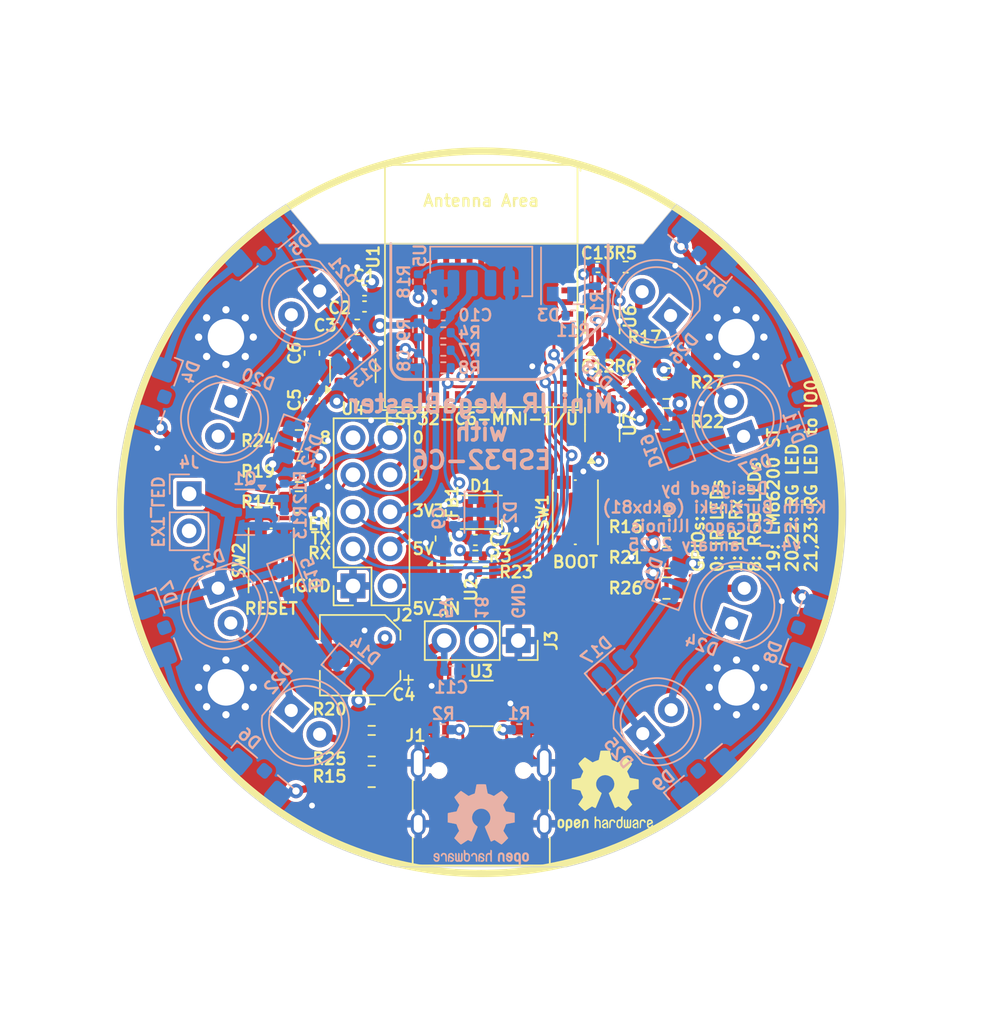
<source format=kicad_pcb>
(kicad_pcb (version 20240108) (generator "pcbnew") (generator_version "8.0")
  (layers (0 "F.Cu" signal) (1 "In1.Cu" signal) (2 "In2.Cu" signal) (31 "B.Cu" signal) (34 "B.Paste" user) (35 "F.Paste" user) (36 "B.SilkS" user "B.Silkscreen") (37 "F.SilkS" user "F.Silkscreen") (38 "B.Mask" user) (39 "F.Mask" user) (44 "Edge.Cuts" user))
  (net 0 "")
  (net 1 "GND")
  (net 2 "+5V")
  (net 3 "+3.3V")
  (net 4 "/LED_K")
  (net 5 "/ESP_EN")
  (net 6 "/LED_DOUT")
  (net 7 "/GPIO8")
  (net 8 "Net-(D10-A)")
  (net 9 "/USB_CC1")
  (net 11 "/USB_CC2")
  (net 13 "/GPIO9")
  (net 14 "/ESP_U0_TXD")
  (net 15 "/USB_VBUS")
  (net 16 "/ESP_U0_RXD")
  (net 17 "/GPIO7")
  (net 18 "/GPIO6")
  (net 19 "/GPIO1")
  (net 20 "/GPIO3")
  (net 21 "/USB_D+")
  (net 22 "/USB_D-")
  (net 25 "/LED_G")
  (net 26 "/LED_R")
  (net 27 "/GPIO19")
  (net 28 "/GPIO22")
  (net 33 "/ESP_USB_D-")
  (net 34 "/GPIO23")
  (net 35 "/GPIO18")
  (net 36 "/GPIO20")
  (net 37 "/ESP_USB_D+")
  (net 38 "/GPIO2")
  (net 39 "/GPIO0")
  (net 40 "/GPIO4")
  (net 41 "/GPIO21")
  (net 43 "/GPIO5")
  (net 44 "/FET_GATE")
  (net 45 "Net-(FB1-Pad1)")
  (net 47 "Net-(D1-DOUT)")
  (net 48 "Net-(D3-A2)")
  (net 49 "Net-(D3-A1)")
  (net 50 "Net-(D4-A)")
  (net 51 "Net-(D4-K)")
  (net 52 "Net-(D6-K)")
  (net 53 "Net-(D6-A)")
  (net 54 "Net-(D8-A)")
  (net 55 "Net-(D8-K)")
  (net 56 "Net-(D10-K)")
  (net 57 "Net-(D12-K)")
  (net 58 "Net-(D12-A)")
  (net 59 "Net-(D14-A)")
  (net 60 "Net-(D14-K)")
  (net 61 "Net-(D16-A)")
  (net 62 "Net-(D16-K)")
  (net 63 "Net-(D18-A)")
  (net 64 "Net-(D18-K)")
  (net 65 "Net-(D20-A)")
  (net 66 "Net-(D20-K)")
  (net 67 "Net-(D22-K)")
  (net 68 "Net-(D22-A)")
  (net 69 "Net-(D24-K)")
  (net 70 "Net-(D24-A)")
  (net 71 "/PWR_EXT")
  (net 72 "/ST")
  (net 73 "Net-(U5-OUT)")
  (net 74 "Net-(D26-A)")
  (net 75 "Net-(D26-K)")
  (net 76 "/GPIO14")
  (net 77 "/GPIO15")
  (footprint "MountingHole:MountingHole_2.5mm_Pad_Via" (layer "F.Cu") (at 132.5 78)
    (property "Reference" "H1" (hide yes))
    (property "Value" "MountingHole_Pad")
  )
  (footprint "MountingHole:MountingHole_2.5mm_Pad_Via" (layer "F.Cu") (at 132.5 102)
    (property "Reference" "H3" (hide yes))
    (property "Value" "MountingHole_Pad")
  )
  (footprint "Symbol:OSHW-Logo2_7.3x6mm_SilkScreen" (layer "F.Cu") (at 158.5 109.1)
    (property "Reference" "REF**" (hide yes))
    (property "Value" "OSHW-Logo2_7.3x6mm_SilkScreen" (hide yes))
  )
  (footprint "MountingHole:MountingHole_2.5mm_Pad_Via" (layer "F.Cu") (at 167.5 102)
    (property "Reference" "H4" (hide yes))
    (property "Value" "MountingHole_Pad")
  )
  (footprint "MountingHole:MountingHole_2.5mm_Pad_Via" (layer "F.Cu") (at 167.5 78)
    (property "Reference" "H2" (hide yes))
    (property "Value" "MountingHole_Pad")
  )
  (footprint "Connector_USB:USB_C_Receptacle_HRO_TYPE-C-31-M-12" (layer "F.Cu") (at 150 110.3)
    (property "Reference" "J1")
    (property "Value" "HRO TYPE-C 31-M-12")
  )
  (footprint "Package_TO_SOT_SMD:SOT-23-6" (layer "F.Cu") (at 150 103.1 180)
    (property "Reference" "U3")
    (property "Value" "USBLC6-2SC6")
  )
  (footprint "Resistor_SMD:R_0805_2012Metric" (layer "F.Cu") (at 142.489699 103.9 180)
    (property "Reference" "R20")
    (property "Value" "56")
  )
  (footprint "LED_SMD:LED_WS2812B-2020_PLCC4_2.0x2.0mm" (layer "F.Cu") (at 150 90 180)
    (property "Reference" "D1")
    (property "Value" "WS2812B")
  )
  (footprint "Resistor_SMD:R_0805_2012Metric" (layer "F.Cu") (at 162.7 79.4)
    (property "Reference" "R17")
    (property "Value" "47")
  )
  (footprint "Resistor_SMD:R_0805_2012Metric" (layer "F.Cu") (at 142.489699 106 180)
    (property "Reference" "R25")
    (property "Value" "27")
  )
  (footprint "Capacitor_SMD:C_0603_1608Metric" (layer "F.Cu") (at 141.5 77.3 180)
    (property "Reference" "C3")
    (property "Value" "10u/20%")
  )
  (footprint "Inductor_SMD:L_0603_1608Metric" (layer "F.Cu") (at 147.382717 91.8 90)
    (property "Reference" "FB1")
    (property "Value" "600R/2A")
  )
  (footprint "Package_SO:VSSOP-8_2.3x2mm_P0.5mm" (layer "F.Cu") (at 158.3 84 90)
    (property "Reference" "U7")
    (property "Value" "74LVC2G157")
  )
  (footprint "Connector_PinSocket_2.54mm:PinSocket_2x05_P2.54mm_Vertical" (layer "F.Cu") (at 141.21 95.05 180)
    (property "Reference" "J2")
    (property "Value" "POWER_IO")
  )
  (footprint "Connector_PinSocket_2.54mm:PinSocket_1x03_P2.54mm_Vertical" (layer "F.Cu") (at 152.54 98.793735 -90)
    (property "Reference" "J3")
    (property "Value" "RF")
  )
  (footprint "Button_Switch_SMD:SW_Push_1P1T_NO_CK_KMR2" (layer "F.Cu") (at 135.6 93.3 -90)
    (property "Reference" "SW2")
    (property "Value" "RESET")
  )
  (footprint "Resistor_SMD:R_0805_2012Metric" (layer "F.Cu") (at 162.7 81.5 180)
    (property "Reference" "R27")
    (property "Value" "27")
  )
  (footprint "Resistor_SMD:R_0805_2012Metric" (layer "F.Cu") (at 162.7 83.6 180)
    (property "Reference" "R22")
    (property "Value" "56")
  )
  (footprint "Resistor_SMD:R_0402_1005Metric" (layer "F.Cu") (at 149.6 93 180)
    (property "Reference" "R3")
    (property "Value" "100R")
  )
  (footprint "Resistor_SMD:R_0805_2012Metric" (layer "F.Cu") (at 137.5 87.2 180)
    (property "Reference" "R19")
    (property "Value" "56")
  )
  (footprint "Resistor_SMD:R_0805_2012Metric" (layer "F.Cu") (at 137.5 89.3 180)
    (property "Reference" "R14")
    (property "Value" "47")
  )
  (footprint "Resistor_SMD:R_0402_1005Metric" (layer "F.Cu") (at 159.9 81 180)
    (property "Reference" "R6")
    (property "Value" "10k")
  )
  (footprint "Resistor_SMD:R_0805_2012Metric" (layer "F.Cu") (at 162.7 93.1)
    (property "Reference" "R21")
    (property "Value" "56")
  )
  (footprint "Resistor_SMD:R_0805_2012Metric" (layer "F.Cu") (at 162.7 95.2)
    (property "Reference" "R26")
    (property "Value" "27")
  )
  (footprint "PCM_Espressif:ESP32-C6-MINI-1" (layer "F.Cu") (at 150 74.5)
    (property "Reference" "U1")
    (property "Value" "ESP32-C6-MINI-1/U")
  )
  (footprint "Resistor_SMD:R_0402_1005Metric" (layer "F.Cu") (at 150.3 94.1)
    (property "Reference" "R23")
    (property "Value" "10k")
  )
  (footprint "Capacitor_SMD:C_0402_1005Metric" (layer "F.Cu") (at 158 73.2)
    (property "Reference" "C13")
    (property "Value" "100n")
  )
  (footprint "Capacitor_SMD:C_0402_1005Metric" (layer "F.Cu") (at 142 75.9 180)
    (property "Reference" "C2")
    (property "Value" "1u")
  )
  (footprint "Resistor_SMD:R_0805_2012Metric" (layer "F.Cu") (at 162.7 91)
    (property "Reference" "R16")
    (property "Value" "47")
  )
  (footprint "Package_SO:VSSOP-8_2.3x2mm_P0.5mm" (layer "F.Cu") (at 158.3 76.6 90)
    (property "Reference" "U6")
    (property "Value" "74LVC2G157")
  )
  (footprint "Capacitor_SMD:C_0603_1608Metric" (layer "F.Cu") (at 138.4 82.3 90)
    (property "Reference" "C5")
    (property "Value" "10u/20%")
  )
  (footprint "Package_TO_SOT_SMD:SOT-583-8" (layer "F.Cu") (at 147.4 94.8)
    (property "Reference" "U2")
    (property "Value" "LM66200")
  )
  (footprint "Button_Switch_SMD:SW_Push_1P1T_NO_CK_KMR2" (layer "F.Cu") (at 156.45 90 90)
    (property "Reference" "SW1")
    (property "Value" "BOOT")
  )
  (footprint "Capacitor_SMD:C_0603_1608Metric" (layer "F.Cu") (at 138.4 79.1 -90)
    (property "Reference" "C6")
    (property "Value" "10u/20%")
  )
  (footprint "Capacitor_SMD:C_0402_1005Metric" (layer "F.Cu") (at 142 74.8 180)
    (property "Reference" "C1")
    (property "Value" "100n")
  )
  (footprint "Capacitor_SMD:C_0402_1005Metric" (layer "F.Cu") (at 149.6 91.9)
    (property "Reference" "C7")
    (property "Value" "100n")
  )
  (footprint "Package_TO_SOT_SMD:SOT-23-5" (layer "F.Cu") (at 141.2 80.3 90)
    (property "Reference" "U4")
    (property "Value" "AP2112K-3.3")
  )
  (footprint "Resistor_SMD:R_0402_1005Metric" (layer "F.Cu") (at 159.9 73.2 180)
    (property "Reference" "R5")
    (property "Value" "10k")
  )
  (footprint "Capacitor_SMD:C_0402_1005Metric" (layer "F.Cu") (at 158 81)
    (property "Reference" "C12")
    (property "Value" "100n")
  )
  (footprint "Resistor_SMD:R_0805_2012Metric" (layer "F.Cu") (at 137.5 85.1 180)
    (property "Reference" "R24")
    (property "Value" "27")
  )
  (footprint "Resistor_SMD:R_0805_2012Metric" (layer "F.Cu") (at 142.489699 108.1 180)
    (property "Reference" "R15")
    (property "Value" "47")
  )
  (footprint "Capacitor_SMD:CP_Elec_5x5.4" (layer "F.Cu") (at 141.7 99.8 180)
    (property "Reference" "C4")
    (property "Value" "100u")
  )
  (footprint "Package_TO_SOT_SMD:SOT-23" (layer "B.Cu") (at 133.8 90 180)
    (property "Reference" "Q1")
    (property "Value" "PMV164ENEAR")
  )
  (footprint "Symbol:OSHW-Logo2_7.3x6mm_SilkScreen" (layer "B.Cu") (at 150 111.4 180)
    (property "Reference" "REF**" (hide yes))
    (property "Value" "OSHW-Logo2_7.3x6mm_SilkScreen" (hide yes))
  )
  (footprint "LED_SMD:LED_Kingbright_KPA-3010_3x2x1mm" (layer "B.Cu") (at 165.65 71.4 140)
    (property "Reference" "D10")
    (property "Value" "VSMB10940")
  )
  (footprint "LED_THT:LED_D5.0mm" (layer "B.Cu") (at 136.973293 103.580446 -40)
    (property "Reference" "D22")
    (property "Value" "CH1")
  )
  (footprint "LED_SMD:LED_Kingbright_KPA-3010_3x2x1mm" (layer "B.Cu") (at 134.4 71.4 -140)
    (property "Reference" "D5")
    (property "Value" "VSMB10940")
  )
  (footprint "Capacitor_SMD:C_0402_1005Metric" (layer "B.Cu") (at 148.1 90.4 90)
    (property "Reference" "C9")
    (property "Value" "100n")
  )
  (footprint "Resistor_SMD:R_0402_1005Metric" (layer "B.Cu") (at 147.4 80.1 180)
    (property "Reference" "R8")
    (property "Value" "10k")
  )
  (footprint "LED_SMD:LED_WS2812B-2020_PLCC4_2.0x2.0mm" (layer "B.Cu") (at 150 90 -90)
    (property "Reference" "D2")
    (property "Value" "WS2812B")
  )
  (footprint "LED_THT:LED_D5.0mm" (layer "B.Cu") (at 167.163924 97.598108 70)
    (property "Reference" "D24")
    (property "Value" "CH1")
  )
  (footprint "Resistor_SMD:R_0402_1005Metric" (layer "B.Cu") (at 152.6 104.9)
    (property "Reference" "R1")
    (property "Value" "5k1")
  )
  (footprint "LED_THT:LED_D5.0mm" (layer "B.Cu") (at 162.976707 76.519554 140)
    (property "Reference" "D26")
    (property "Value" "CH1")
  )
  (footprint "LED_SMD:LED_Kingbright_KPA-3010_3x2x1mm" (layer "B.Cu") (at 134.4 108.6 -40)
    (property "Reference" "D6")
    (property "Value" "VSMB10940")
  )
  (footprint "LED_SMD:LED_0805_2012Metric" (layer "B.Cu") (at 140.95 100.8 -40)
    (property "Reference" "D14")
    (property "Value" "APT2012F3C")
  )
  (footprint "LED_SMD:LED_0805_2012Metric" (layer "B.Cu") (at 136.8 85.2 -110)
    (property "Reference" "D12")
    (property "Value" "APT2012F3C")
  )
  (footprint "LED_SMD:LED_Kingbright_KPA-3010_3x2x1mm" (layer "B.Cu") (at 172.8 98.3 70)
    (property "Reference" "D8")
    (property "Value" "VSMB10940")
  )
  (footprint "LED_SMD:LED_0805_2012Metric" (layer "B.Cu") (at 136.8 94.8 -70)
    (property "Reference" "D15")
    (property "Value" "APT2012F3C")
  )
  (footprint "LED_THT:LED_D5.0mm" (layer "B.Cu") (at 131.963924 95.201892 -70)
    (property "Reference" "D23")
    (property "Value" "CH1")
  )
  (footprint "LED_THT:LED_D5.0mm" (layer "B.Cu") (at 132.836076 82.401892 -110)
    (property "Reference" "D20")
    (property "Value" "CH1")
  )
  (footprint "LED_SMD:LED_Kingbright_KPA-3010_3x2x1mm" (layer "B.Cu") (at 127.2 98.3 -70)
    (property "Reference" "D7")
    (property "Value" "VSMB10940")
  )
  (footprint "LED_SMD:LED_0805_2012Metric" (layer "B.Cu") (at 163.2 94.8 70)
    (property "Reference" "D16")
    (property "Value" "APT2012F3C")
  )
  (footprint "LED_SMD:LED_Kingbright_KPA-3010_3x2x1mm" (layer "B.Cu") (at 172.85 81.7 110)
    (property "Reference" "D11")
    (property "Value" "VSMB10940")
  )
  (footprint "Resistor_SMD:R_0402_1005Metric" (layer "B.Cu") (at 147.4 77.7)
    (property "Reference" "R4")
    (property "Value" "10k")
  )
  (footprint "LED_THT:LED_D5.0mm" (layer "B.Cu") (at 138.926707 74.830446 -140)
    (property "Reference" "D21")
    (property "Value" "CH1")
  )
  (footprint "LED_SMD:LED_0805_2012Metric" (layer "B.Cu") (at 141 79.25 -140)
    (property "Reference" "D13")
    (property "Value" "APT2012F3C")
  )
  (footprint "Resistor_SMD:R_0402_1005Metric" (layer "B.Cu") (at 147.4 78.9 180)
    (property "Reference" "R7")
    (property "Value" "10k")
  )
  (footprint "Resistor_SMD:R_0402_1005Metric" (layer "B.Cu") (at 136.5 88.55 -90)
    (property "Reference" "R12")
    (property "Value" "100R")
  )
  (footprint "Resistor_SMD:R_0402_1005Metric" (layer "B.Cu") (at 145.7 77.5 90)
    (property "Reference" "R9")
    (property "Value" "10k")
  )
  (footprint "Resistor_SMD:R_0402_1005Metric" (layer "B.Cu") (at 145.7 74.2 -90)
    (property "Reference" "R18")
    (property "Value" "100R")
  )
  (footprint "LED_SMD:LED_0805_2012Metric" (layer "B.Cu") (at 163.2 85.2 110)
    (property "Reference" "D19")
    (property "Value" "APT2012F3C")
  )
  (footprint "LED_THT:LED_D5.0mm" (layer "B.Cu") (at 161.073293 105.169555 40)
    (property "Reference" "D25")
    (property "Value" "CH1")
  )
  (footprint "LED_SMD:LED_0805_2012Metric" (layer "B.Cu") (at 159 79.3 140)
    (property "Reference" "D18")
    (property "Value" "APT2012F3C")
  )
  (footprint "Capacitor_SMD:C_0402_1005Metric" (layer "B.Cu") (at 147.943498 100.9)
    (property "Reference" "C11")
    (property "Value" "1u")
  )
  (footprint "LED_SMD:LED_Kingbright_KPA-3010_3x2x1mm" (layer "B.Cu") (at 165.6 108.6 40)
    (property "Reference" "D9")
    (property "Value" "VSMB10940")
  )
  (footprint "Capacitor_SMD:C_0402_1005Metric" (layer "B.Cu") (at 147.4 76.5 180)
    (property "Reference" "C10")
    (property "Value" "100n")
  )
  (footprint "LED_SMD:LED_0805_2012Metric" (layer "B.Cu") (at 159 100.7 40)
    (property "Reference" "D17")
    (property "Value" "APT2012F3C")
  )
  (footprint "LED_SMD:LED_Cree-PLCC4_3.2x2.8mm_CCW" (layer "B.Cu") (at 155.6 73.8 90)
    (property "Reference" "D3")
    (property "Value" "HW_LED")
  )
  (footprint "Resistor_SMD:R_0402_1005Metric" (layer "B.Cu") (at 157.9 74 -90)
    (property "Reference" "R10")
    (property "Value" "100R")
  )
  (footprint "Resistor_SMD:R_0402_1005Metric" (layer "B.Cu") (at 136.5 90.45 -90)
    (property "Reference" "R13")
    (property "Value" "10k")
  )
  (footprint "kbxIrBlaster:Vishay_TSOP752_Horizontal" (layer "B.Cu") (at 150 73.5)
    (property "Reference" "U5")
    (property "Value" "TSOP752xx")
  )
  (footprint "Connector_PinSocket_2.54mm:PinSocket_1x02_P2.54mm_Vertical" (layer "B.Cu") (at 129.975 88.736328 180)
    (property "Reference" "J4")
    (property "Value" "EXT_LED")
  )
  (footprint "Resistor_SMD:R_0402_1005Metric" (layer "B.Cu") (at 147.4 104.9 180)
    (property "Reference" "R2")
    (property "Value" "5k1")
  )
  (footprint "LED_THT:LED_D5.0mm" (layer "B.Cu") (at 167.986076 84.798108 110)
    (property "Reference" "D27")
    (property "Value" "CH1")
  )
  (footprint "Resistor_SMD:R_0402_1005Metric" (layer "B.Cu") (at 156.3 76.55 180)
    (property "Reference" "R11")
    (property "Value" "100R")
  )
  (footprint "Capacitor_SMD:C_0402_1005Metric" (layer "B.Cu") (at 145.7 79.6 -90)
    (property "Reference" "C8")
    (property "Value" "1u")
  )
  (footprint "LED_SMD:LED_Kingbright_KPA-3010_3x2x1mm" (layer "B.Cu") (at 127.2 81.7 -110)
    (property "Reference" "D4")
    (property "Value" "VSMB10940")
  )
  (gr_arc (start 144.8 80.9) (mid 144.092893 80.607107) (end 143.8 79.9) (stroke (width 0.2)) (layer "B.SilkS"))
  (gr_arc (start 155.014214 80.314213) (mid 154.365366 80.74775) (end 153.6 80.9) (stroke (width 0.2)) (layer "B.SilkS"))
  (gr_line (start 144.8 80.9) (end 153.6 80.9) (stroke (width 0.2)) (layer "B.SilkS"))
  (gr_line (start 155.014214 80.314213) (end 158.114214 77.214213) (stroke (width 0.2)) (layer "B.SilkS"))
  (gr_arc (start 158.7 75.8) (mid 158.547762 76.565367) (end 158.114214 77.214213) (stroke (width 0.2)) (layer "B.SilkS"))
  (gr_line (start 143.8 71.6) (end 143.8 79.9) (stroke (width 0.2)) (layer "B.SilkS"))
  (gr_line (start 158.7 75.8) (end 158.7 71.65) (stroke (width 0.2)) (layer "B.SilkS"))
  (gr_circle (center 150 90) (end 174.75 90) (stroke (width 0.5)) (fill none) (layer "F.SilkS"))
  (gr_line (start 161.1 71.6) (end 163.377396 68.887024) (stroke (width 0.05)) (layer "Edge.Cuts"))
  (gr_arc (start 144.15 114.3) (mid 125.342186 94.087139) (end 136.622604 68.887024) (stroke (width 0.05)) (layer "Edge.Cuts"))
  (gr_line (start 138.9 71.6) (end 136.622604 68.887024) (stroke (width 0.05)) (layer "Edge.Cuts"))
  (gr_arc (start 163.377396 68.887024) (mid 174.657813 94.087139) (end 155.85 114.3) (stroke (width 0.05)) (layer "Edge.Cuts"))
  (gr_line (start 144.15 114.3) (end 155.85 114.3) (stroke (width 0.05)) (layer "Edge.Cuts"))
  (gr_line (start 138.9 71.6) (end 161.1 71.6) (stroke (width 0.05)) (layer "Edge.Cuts"))
  (gr_text "Mini IR MegaBlaster\nwith\nESP32-C6" (at 150 84.5 0) (layer "B.SilkS") (effects (font (size 1.2 1.2) (thickness 0.25) (bold yes)) (justify mirror)))
  (gr_text "Designed by\nKeith Burzinski (@kbx81)\nin Chicago, Illinois\nv4 - January 2025" (at 166 90.3 0) (layer "B.SilkS") (effects (font (size 0.8 0.8) (thickness 0.16)) (justify mirror)))
  (gr_text "5V" (at 147.55 97.4 270) (layer "B.SilkS") (effects (font (size 0.8 0.8) (thickness 0.16) (bold yes)) (justify left mirror)))
  (gr_text "18" (at 150 97.4 270) (layer "B.SilkS") (effects (font (size 0.8 0.8) (thickness 0.16) (bold yes)) (justify left mirror)))
  (gr_text "GND" (at 152.5 97.4 270) (layer "B.SilkS") (effects (font (size 0.8 0.8) (thickness 0.16) (bold yes)) (justify left mirror)))
  (gr_text "0" (at 145.2 84.9 0) (layer "F.SilkS") (effects (font (size 0.8 0.8) (thickness 0.16) (bold yes)) (justify left)))
  (gr_text "8" (at 139.8 84.9 0) (layer "F.SilkS") (effects (font (size 0.8 0.8) (thickness 0.16) (bold yes)) (justify right)))
  (gr_text "1" (at 145.2 87.4 0) (layer "F.SilkS") (effects (font (size 0.8 0.8) (thickness 0.16) (bold yes)) (justify left)))
  (gr_text "EN" (at 139.8 90.8 0) (layer "F.SilkS") (effects (font (size 0.8 0.8) (thickness 0.16) (bold yes)) (justify right)))
  (gr_text "GPIOs:\n0: IR LEDs\n1: IR Rx\n8: RGB LEDs\n19: LM66200 ST\n20,22: RG LED\n21,23: RG LED to IO0" (at 168.75 94.2 90) (layer "F.SilkS") (effects (font (size 0.8 0.8) (thickness 0.16)) (justify left)))
  (gr_text "3V3" (at 145.2 89.9 0) (layer "F.SilkS") (effects (font (size 0.8 0.8) (thickness 0.16) (bold yes)) (justify left)))
  (gr_text "GND" (at 139.8 95.05 0) (layer "F.SilkS") (effects (font (size 0.8 0.8) (thickness 0.16) (bold yes)) (justify right)))
  (gr_text "5V" (at 145.2 92.5 0) (layer "F.SilkS") (effects (font (size 0.8 0.8) (thickness 0.16) (bold yes)) (justify left)))
  (gr_text "5V_IN" (at 145.2 96.6 0) (layer "F.SilkS") (effects (font (size 0.8 0.8) (thickness 0.16) (bold yes)) (justify left)))
  (gr_text "RX" (at 139.8 92.8 0) (layer "F.SilkS") (effects (font (size 0.8 0.8) (thickness 0.16) (bold yes)) (justify right)))
  (gr_text "TX" (at 139.8 91.8 0) (layer "F.SilkS") (effects (font (size 0.8 0.8) (thickness 0.16) (bold yes)) (justify right)))
  (segment (start 144.0453 72.25) (end 144.0953 72.3) (width 0.45) (layer "F.Cu") (net 1))
  (segment (start 144.0953 72.3) (end 145.1953 72.3) (width 0.45) (layer "F.Cu") (net 1))
  (segment (start 158.48 73.2) (end 158.05 73.63) (width 0.3) (layer "F.Cu") (net 1))
  (segment (start 158.05 82.038111) (end 158.05 82.6) (width 0.3) (layer "F.Cu") (net 1))
  (segment (start 154.165 107.17) (end 154.32 107.17) (width 0.45) (layer "F.Cu") (net 1))
  (segment (start 158.05 82.6) (end 158.05 84.1) (width 0.3) (layer "F.Cu") (net 1))
  (segment (start 145.835 107.17) (end 145.68 107.17) (width 0.45) (layer "F.Cu") (net 1))
  (segment (start 158.05 84.1) (end 159.5 84.1) (width 0.3) (layer "F.Cu") (net 1))
  (segment (start 154.7953 72.3) (end 155.8953 72.3) (width 0.45) (layer "F.Cu") (net 1))
  (segment (start 155.8953 72.3) (end 155.9453 72.25) (width 0.45) (layer "F.Cu") (net 1))
  (segment (start 158.05 73.63) (end 158.05 75.2) (width 0.3) (layer "F.Cu") (net 1))
  (via (at 139.5 88.25) (size 0.8) (drill 0.4) (layers "F.Cu" "B.Cu") (net 1))
  (via (at 147.4 95.9) (size 0.8) (drill 0.4) (layers "F.Cu" "B.Cu") (net 1))
  (via (at 127.8 85.6) (size 0.8) (drill 0.4) (layers "F.Cu" "B.Cu") (net 1))
  (via (at 157 87.2) (size 0.8) (drill 0.4) (layers "F.Cu" "B.Cu") (net 1))
  (via (at 152 83.1) (size 0.8) (drill 0.4) (layers "F.Cu" "B.Cu") (net 1))
  (via (at 146.6 101.9) (size 0.8) (drill 0.4) (layers "F.Cu" "B.Cu") (net 1))
  (via (at 139.5 85.1) (size 0.8) (drill 0.4) (layers "F.Cu" "B.Cu") (net 1))
  (via (at 146.2 92.1) (size 0.8) (drill 0.4) (layers "F.Cu" "B.Cu") (net 1))
  (via (at 165.1 82.55) (size 0.8) (drill 0.4) (layers "F.Cu" "B.Cu") (net 1))
  (via (at 170.6 96.1) (size 0.8) (drill 0.4) (layers "F.Cu" "B.Cu") (net 1))
  (via (at 159.5 76.9) (size 0.8) (drill 0.4) (layers "F.Cu" "B.Cu") (net 1))
  (via (at 143.1 78.4) (size 0.8) (drill 0.4) (layers "F.Cu" "B.Cu") (net 1))
  (via (at 159.5 84.1) (size 0.8) (drill 0.4) (layers "F.Cu" "B.Cu") (net 1))
  (via (at 160.3 93.1) (size 0.8) (drill 0.4) (layers "F.Cu" "B.Cu") (net 1))
  (via (at 152.4 91.2) (size 0.8) (drill 0.4) (layers "F.Cu" "B.Cu") (net 1))
  (via (at 142.45 83.7) (size 0.8) (drill 0.4) (layers "F.Cu" "B.Cu") (net 1))
  (via (at 142 98.1) (size 0.8) (drill 0.4) (layers "F.Cu" "B.Cu") (net 1))
  (via (at 163.3 73.1) (size 0.8) (drill 0.4) (layers "F.Cu" "B.Cu") (net 1))
  (via (at 146.8 75.6) (size 0.8) (drill 0.4) (layers "F.Cu" "B.Cu") (net 1))
  (via (at 153.5 80) (size 0.8) (drill 0.4) (layers "F.Cu" "B.Cu") (net 1))
  (via (at 152 103.1) (size 0.8) (drill 0.4) (layers "F.Cu" "B.Cu") (net 1))
  (via (at 138.4 110.1) (size 0.8) (drill 0.4) (layers "F.Cu" "B.Cu") (net 1))
  (via (at 147.5 89.5) (size 0.8) (drill 0.4) (layers "F.Cu" "B.Cu") (net 1))
  (via (at 141.5 73.2) (size 0.8) (drill 0.4) (layers "F.Cu" "B.Cu") (net 1))
  (arc (start 158.48 81) (mid 158.161754 81.476289) (end 158.05 82.038111) (width 0.3) (layer "F.Cu") (net 1))
  (arc (start 146.75 106.255) (mid 146.482003 106.902003) (end 145.835 107.17) (width 0.45) (layer "F.Cu") (net 1))
  (arc (start 153.25 106.255) (mid 153.517997 106.902003) (end 154.165 107.17) (width 0.45) (layer "F.Cu") (net 1))
  (segment (start 148.095 75.105) (end 148.095 74.3) (width 0.45) (layer "B.Cu") (net 1))
  (segment (start 146.92 76.5) (end 146.92 76.28) (width 0.45) (layer "B.Cu") (net 1))
  (segment (start 146.92 76.28) (end 148.095 75.105) (width 0.45) (layer "B.Cu") (net 1))
  (segment (start 138.4125 87.2) (end 138.4125 85.1) (width 0.45) (layer "F.Cu") (net 2))
  (segment (start 148.5 91.5) (end 148.826905 91.173095) (width 0.45) (layer "F.Cu") (net 2))
  (segment (start 140.25 81.4375) (end 140.25 81.45) (width 0.25) (layer "F.Cu") (net 2))
  (segment (start 142.15 81.4375) (end 142.15 81.65) (width 0.25) (layer "F.Cu") (net 2))
  (segment (start 148.5 91.5) (end 148.744436 91.744436) (width 0.45) (layer "F.Cu") (net 2))
  (segment (start 163.6125 82.55) (end 163.6125 83.6) (width 0.6) (layer "F.Cu") (net 2))
  (segment (start 161.7875 91) (end 161.7875 92.05) (width 0.6) (layer "F.Cu") (net 2))
  (segment (start 143.4 99.3) (end 143.4 98.6) (width 0.75) (layer "F.Cu") (net 2))
  (segment (start 161.7875 79.4) (end 162.514013 80.235987) (width 0.45) (layer "F.Cu") (net 2))
  (segment (start 143.402199 100.297801) (end 143.9 99.8) (width 0.75) (layer "F.Cu") (net 2))
  (segment (start 138.4125 89.3) (end 138.4125 87.2) (width 0.45) (layer "F.Cu") (net 2))
  (segment (start 143.402199 103.9) (end 143.402199 100.297801) (width 0.75) (layer "F.Cu") (net 2))
  (segment (start 149.12 91.9) (end 149.12 90.634497) (width 0.45) (layer "F.Cu") (net 2))
  (segment (start 163.6125 81.5) (end 163.6125 82.55) (width 0.6) (layer "F.Cu") (net 2))
  (segment (start 162.514013 80.235987) (end 163.6125 81.5) (width 0.45) (layer "F.Cu") (net 2))
  (segment (start 147.382717 91.0125) (end 147.32091 91.014333) (width 0.45) (layer "F.Cu") (net 2))
  (segment (start 143.9 99.8) (end 143.4 99.3) (width 0.75) (layer "F.Cu") (net 2))
  (segment (start 143.778248 92.481751) (end 143.75 92.51) (width 0.45) (layer "F.Cu") (net 2))
  (segment (start 138.4125 85.1) (end 138.4125 83.105177) (width 0.45) (layer "F.Cu") (net 2))
  (segment (start 145.030662 99.8) (end 143.9 99.8) (width 0.75) (layer "F.Cu") (net 2))
  (segment (start 138.76276 82.92474) (end 140.25 81.4375) (width 0.45) (layer "F.Cu") (net 2))
  (segment (start 148.5 91.5) (end 148.457824 91.457824) (width 0.45) (layer "F.Cu") (net 2))
  (segment (start 143.402199 108.1) (end 143.402199 106) (width 0.75) (layer "F.Cu") (net 2))
  (segment (start 147.382717 91.0125) (end 147.968427 91.0125) (width 0.45) (layer "F.Cu") (net 2))
  (segment (start 143.402199 103.9) (end 143.402199 105) (width 0.75) (layer "F.Cu") (net 2))
  (segment (start 161.7875 93.1) (end 161.7875 94.15) (width 0.6) (layer "F.Cu") (net 2))
  (segment (start 161.7875 92.05) (end 161.7875 93.1) (width 0.6) (layer "F.Cu") (net 2))
  (segment (start 143.402199 105) (end 143.402199 106) (width 0.75) (layer "F.Cu") (net 2))
  (segment (start 161.7875 94.15) (end 161.7875 95.2) (width 0.6) (layer "F.Cu") (net 2))
  (via (at 143.4 98.6) (size 1) (drill 0.5) (layers "F.Cu" "B.Cu") (net 2))
  (via (at 163.6125 82.55) (size 1) (drill 0.5) (layers "F.Cu" "B.Cu") (net 2))
  (via (at 138.9 86.2) (size 1) (drill 0.5) (layers "F.Cu" "B.Cu") (net 2))
  (via (at 138.9 90.1) (size 1) (drill 0.5) (layers "F.Cu" "B.Cu") (net 2))
  (via (at 148.5 91.5) (size 1) (drill 0.5) (layers "F.Cu" "B.Cu") (net 2))
  (via (at 140.1 82.4) (size 1) (drill 0.5) (layers "F.Cu" "B.Cu") (net 2))
  (via (at 162.514013 80.235987) (size 1) (drill 0.5) (layers "F.Cu" "B.Cu") (net 2))
  (via (at 161.7875 92.05) (size 1) (drill 0.5) (layers "F.Cu" "B.Cu") (net 2))
  (via (at 161.7875 94.15) (size 1) (drill 0.5) (layers "F.Cu" "B.Cu") (net 2))
  (arc (start 140.25 81.45) (mid 140.557538 82.192462) (end 141.3 82.5) (width 0.25) (layer "F.Cu") (net 2))
  (arc (start 138.4125 83.105177) (mid 138.409251 83.088845) (end 138.4 83.075) (width 0.45) (layer "F.Cu") (net 2))
  (arc (start 142.15 81.65) (mid 141.901041 82.251041) (end 141.3 82.5) (width 0.25) (layer "F.Cu") (net 2))
  (arc (start 147.32091 91.014333) (mid 145.403635 91.395703) (end 143.778248 92.481751) (width 0.5) (layer "F.Cu") (net 2))
  (arc (start 147.968427 91.0125) (mid 148.572712 90.8923) (end 149.085 90.55) (width 0.45) (layer "F.Cu") (net 2))
  (arc (start 138.4 83.075) (mid 138.596324 83.035949) (end 138.76276 82.92474) (width 0.45) (layer "F.Cu") (net 2))
  (arc (start 148.744436 91.744436) (mid 148.916746 91.85957) (end 149.12 91.9) (width 0.45) (layer "F.Cu") (net 2))
  (arc (start 147.46 98.793735) (mid 146.34541 99.53848) (end 145.030662 99.8) (width 0.75) (layer "F.Cu") (net 2))
  (arc (start 148.457824 91.457824) (mid 147.964561 91.128236) (end 147.382717 91.0125) (width 0.45) (layer "F.Cu") (net 2))
  (arc (start 148.826905 91.173095) (mid 149.017923 90.887217) (end 149.085 90.55) (width 0.45) (layer "F.Cu") (net 2))
  (arc (start 149.12 90.634497) (mid 149.110904 90.588767) (end 149.085 90.55) (width 0.45) (layer "F.Cu") (net 2))
  (segment (start 148.1 90.88) (end 149.365503 90.88) (width 0.45) (layer "B.Cu") (net 2))
  (segment (start 148.5 91.5) (end 148.255564 91.255564) (width 0.45) (layer "B.Cu") (net 2))
  (segment (start 147.463498 100.9) (end 147.463498 98.802179) (width 0.45) (layer "B.Cu") (net 2))
  (segment (start 149.45 90.915) (end 149.426459 90.913852) (width 0.45) (layer "B.Cu") (net 2))
  (segment (start 147.463498 98.802179) (end 147.46 98.793735) (width 0.45) (layer "B.Cu") (net 2))
  (segment (start 148.845512 91.154488) (end 148.5 91.5) (width 0.45) (layer "B.Cu") (net 2))
  (arc (start 149.426459 90.913852) (mid 149.112053 90.976391) (end 148.845512 91.154488) (width 0.45) (layer "B.Cu") (net 2))
  (arc (start 148.255564 91.255564) (mid 148.14043 91.083254) (end 148.1 90.88) (width 0.45) (layer "B.Cu") (net 2))
  (arc (start 149.365503 90.88) (mid 149.411232 90.889096) (end 149.45 90.915) (width 0.45) (layer "B.Cu") (net 2))
  (segment (start 140.527405 79.047595) (end 142.275 77.3) (width 0.45) (layer "F.Cu") (net 3))
  (segment (start 138.521555 78.446554) (end 138.4 78.325) (width 0.45) (layer "F.Cu") (net 3))
  (segment (start 157.5 73.2) (end 157 73.7) (width 0.3) (layer "F.Cu") (net 3))
  (segment (start 157.52 73.2) (end 157.5 73.2) (width 0.3) (layer "F.Cu") (net 3))
  (segment (start 144.0953 74.8) (end 142.48 74.8) (width 0.45) (layer "F.Cu") (net 3))
  (segment (start 142.48 76.805087) (end 142.48 75.9) (width 0.45) (layer "F.Cu") (net 3))
  (segment (start 157.55 82.6) (end 157.55 81.072426) (width 0.3) (layer "F.Cu") (net 3))
  (segment (start 142.48 74.8) (end 142.48 74.22) (width 0.45) (layer "F.Cu") (net 3))
  (segment (start 157.55 75.2) (end 157.55 73.23) (width 0.3) (layer "F.Cu") (net 3))
  (segment (start 142.48 74.22) (end 142.5 74.2) (width 0.45) (layer "F.Cu") (net 3))
  (segment (start 157.52 81) (end 157.52 80.53345) (width 0.3) (layer "F.Cu") (net 3))
  (segment (start 142.516421 77.2) (end 143.045298 77.2) (width 0.75) (layer "F.Cu") (net 3))
  (segment (start 142.48 75.9) (end 142.48 74.8) (width 0.45) (layer "F.Cu") (net 3))
  (segment (start 157.55 73.23) (end 157.52 73.2) (width 0.3) (layer "F.Cu") (net 3))
  (via (at 142.5 74.2) (size 1) (drill 0.5) (layers "F.Cu" "B.Cu") (net 3))
  (via (at 143.045298 77.2) (size 1) (drill 0.5) (layers "F.Cu" "B.Cu") (net 3))
  (via (at 157.570638 80.4112) (size 0.8) (drill 0.4) (layers "F.Cu" "B.Cu") (net 3))
  (via (at 157 73.7) (size 0.8) (drill 0.4) (layers "F.Cu" "B.Cu") (net 3))
  (arc (start 142.275 77.3) (mid 142.385765 77.225989) (end 142.516421 77.2) (width 0.75) (layer "F.Cu") (net 3))
  (arc (start 157.52 80.53345) (mid 157.53316 80.467289) (end 157.570638 80.4112) (width 0.3) (layer "F.Cu") (net 3))
  (arc (start 140.25 79.1625) (mid 140.400131 79.132637) (end 140.527405 79.047595) (width 0.45) (layer "F.Cu") (net 3))
  (arc (start 140.25 79.1625) (mid 139.314572 78.976432) (end 138.521555 78.446554) (width 0.45) (layer "F.Cu") (net 3))
  (arc (start 142.275 77.3) (mid 142.426722 77.072932) (end 142.48 76.805087) (width 0.45) (layer "F.Cu") (net 3))
  (arc (start 157.55 81.072426) (mid 157.542203 81.033229) (end 157.52 81) (width 0.3) (layer "F.Cu") (net 3))
  (segment (start 146.070588 77.360589) (end 145.7 76.99) (width 0.45) (layer "B.Cu") (net 3))
  (segment (start 147.88 76.5) (end 147.88 76.68501) (width 0.45) (layer "B.Cu") (net 3))
  (segment (start 147.88 76.68501) (end 146.89 77.67501) (width 0.45) (layer "B.Cu") (net 3))
  (segment (start 146.89 80.1) (end 146.89 86.83) (width 0.45) (layer "B.Cu") (net 3))
  (segment (start 146.89 77.7) (end 146.89 78.9) (width 0.45) (layer "B.Cu") (net 3))
  (segment (start 146.89 78.9) (end 146.89 80.1) (width 0.45) (layer "B.Cu") (net 3))
  (segment (start 143.045298 77.2) (end 145.193016 77.2) (width 0.45) (layer "B.Cu") (net 3))
  (segment (start 146.89 77.67501) (end 146.89 77.7) (width 0.45) (layer "B.Cu") (net 3))
  (segment (start 148.859419 75.520582) (end 147.88 76.5) (width 0.45) (layer "B.Cu") (net 3))
  (arc (start 146.89 86.83) (mid 145.970315 89.050315) (end 143.75 89.97) (width 0.45) (layer "B.Cu") (net 3))
  (arc (start 146.89 77.7) (mid 146.446538 77.61179) (end 146.070588 77.360589) (width 0.45) (layer "B.Cu") (net 3))
  (arc (start 145.193016 77.2) (mid 145.467394 77.145422) (end 145.7 76.99) (width 0.45) (layer "B.Cu") (net 3))
  (arc (start 149.365 74.3) (mid 149.233604 74.960574) (end 148.859419 75.520582) (width 0.45) (layer "B.Cu") (net 3))
  (segment (start 132.8625 90) (end 131.963924 95.201892) (width 0.75) (layer "B.Cu") (net 4))
  (segment (start 132.8625 90) (end 129.975 88.736328) (width 0.75) (layer "B.Cu") (net 4))
  (segment (start 161.073293 105.169555) (end 158.281833 101.302613) (width 0.5) (layer "B.Cu") (net 4))
  (segment (start 138.926707 74.830446) (end 136.061972 70.658144) (width 0.5) (layer "B.Cu") (net 4))
  (segment (start 138.926707 74.830446) (end 141.718167 78.647387) (width 0.5) (layer "B.Cu") (net 4))
  (segment (start 131.963924 95.201892) (end 127.071311 96.484527) (width 0.5) (layer "B.Cu") (net 4))
  (segment (start 131.963924 95.201892) (end 136.479356 93.919038) (width 0.5) (layer "B.Cu") (net 4))
  (segment (start 167.986076 84.798108) (end 172.978689 83.515473) (width 0.5) (layer "B.Cu") (net 4))
  (segment (start 163.520644 86.080961) (end 167.986076 84.798108) (width 0.5) (layer "B.Cu") (net 4))
  (segment (start 161.073293 105.169555) (end 163.938028 109.341856) (width 0.5) (layer "B.Cu") (net 4))
  (segment (start 141.21 87.43) (end 140.961666 87.678334) (width 0.2) (layer "F.Cu") (net 5))
  (segment (start 136.4 95.35) (end 136.4 91.25) (width 0.2) (layer "F.Cu") (net 5))
  (segment (start 138.75 91.25) (end 136.4 91.25) (width 0.2) (layer "F.Cu") (net 5))
  (segment (start 144.0953 78.8) (end 144.8 78.8) (width 0.2) (layer "F.Cu") (net 5))
  (via (at 144.8 78.8) (size 0.8) (drill 0.4) (layers "F.Cu" "B.Cu") (net 5))
  (arc (start 140.961666 87.678334) (mid 140.249929 88.743523) (end 140 90) (width 0.2) (layer "F.Cu") (net 5))
  (arc (start 140 90) (mid 139.633883 90.883883) (end 138.75 91.25) (width 0.2) (layer "F.Cu") (net 5))
  (segment (start 141.688041 87.90804) (end 141.21 87.43) (width 0.2) (layer "B.Cu") (net 5))
  (segment (start 143.8 88.7) (end 143.6 88.7) (width 0.2) (layer "B.Cu") (net 5))
  (segment (start 144.8 78.8) (end 144.927452 78.8) (width 0.2) (layer "B.Cu") (net 5))
  (segment (start 146.3 80.124264) (end 146.3 86.2) (width 0.2) (layer "B.Cu") (net 5))
  (segment (start 145.734143 79.134143) (end 146 79.4) (width 0.2) (layer "B.Cu") (net 5))
  (segment (start 145.7 79.12) (end 145.7 78.01) (width 0.2) (layer "B.Cu") (net 5))
  (arc (start 143.6 88.7) (mid 142.565255 88.494176) (end 141.688041 87.90804) (width 0.2) (layer "B.Cu") (net 5))
  (arc (start 145.7 79.12) (mid 145.718478 79.123676) (end 145.734143 79.134143) (width 0.2) (layer "B.Cu") (net 5))
  (arc (start 144.927452 78.8) (mid 145.345552 78.883166) (end 145.7 79.12) (width 0.2) (layer "B.Cu") (net 5))
  (arc (start 146 79.4) (mid 146.222033 79.732295) (end 146.3 80.124264) (width 0.2) (layer "B.Cu") (net 5))
  (arc (start 146.3 86.2) (mid 145.567767 87.967767) (end 143.8 88.7) (width 0.2) (layer "B.Cu") (net 5))
  (segment (start 151.7 81.4) (end 151.747625 81.398006) (width 0.2) (layer "F.Cu") (net 7))
  (segment (start 151.747625 81.398006) (end 152.493306 81.398006) (width 0.2) (layer "F.Cu") (net 7))
  (segment (start 148.303558 81.4) (end 151.7 81.4) (width 0.2) (layer "F.Cu") (net 7))
  (segment (start 148.85454 89.354541) (end 148.5 89) (width 0.2) (layer "F.Cu") (net 7))
  (via (at 147.7 81.149998) (size 0.8) (drill 0.4) (layers "F.Cu" "B.Cu") (net 7))
  (via (at 148.5 89) (size 0.8) (drill 0.4) (layers "F.Cu" "B.Cu") (net 7))
  (arc (start 152.493306 81.398006) (mid 152.989691 81.603615) (end 153.1953 82.1) (width 0.2) (layer "F.Cu") (net 7))
  (arc (start 149.085 89.45) (mid 148.960276 89.425191) (end 148.85454 89.354541) (width 0.2) (layer "F.Cu") (net 7))
  (arc (start 147.7 81.149998) (mid 147.976915 81.335027) (end 148.303558 81.4) (width 0.2) (layer "F.Cu") (net 7))
  (segment (start 147.5 86.910051) (end 147.5 81.63284) (width 0.2) (layer "B.Cu") (net 7))
  (segment (start 147.7 80.606984) (end 147.7 81.149998) (width 0.2) (layer "B.Cu") (net 7))
  (segment (start 148.5 89) (end 148.270711 88.770711) (width 0.2) (layer "B.Cu") (net 7))
  (arc (start 147.91 80.1) (mid 147.754577 80.332606) (end 147.7 80.606984) (width 0.2) (layer "B.Cu") (net 7))
  (arc (start 147.5 81.63284) (mid 147.551978 81.371528) (end 147.7 81.149998) (width 0.2) (layer "B.Cu") (net 7))
  (arc (start 148.270711 88.770711) (mid 147.700301 87.917033) (end 147.5 86.910051) (width 0.2) (layer "B.Cu") (net 7))
  (segment (start 164.7 75.6) (end 164.7 74.214213) (width 0.5) (layer "F.Cu") (net 8))
  (segment (start 163.6125 79.4) (end 163.6125 79.001193) (width 0.5) (layer "F.Cu") (net 8))
  (segment (start 164.7 76.375736) (end 164.7 75.6) (width 0.5) (layer "F.Cu") (net 8))
  (via (at 163.7 71.8) (size 1) (drill 0.5) (layers "F.Cu" "B.Cu") (net 8))
  (arc (start 164.7 74.214213) (mid 164.440109 72.90765) (end 163.7 71.8) (width 0.5) (layer "F.Cu") (net 8))
  (arc (start 163.6125 79.001193) (mid 163.817164 77.972275) (end 164.4 77.1) (width 0.5) (layer "F.Cu") (net 8))
  (arc (start 164.4 77.1) (mid 164.622033 76.767705) (end 164.7 76.375736) (width 0.5) (layer "F.Cu") (net 8))
  (segment (start 163.7 70.946172) (end 163.988028 70.658144) (width 0.5) (layer "B.Cu") (net 8))
  (segment (start 163.7 71.8) (end 163.7 70.946172) (width 0.5) (layer "B.Cu") (net 8))
  (segment (start 148.75 106.255) (end 148.75 105.503553) (width 0.2) (layer "F.Cu") (net 9))
  (via (at 148.5 104.9) (size 0.8) (drill 0.4) (layers "F.Cu" "B.Cu") (net 9))
  (arc (start 148.75 105.503553) (mid 148.685027 105.176912) (end 148.5 104.9) (width 0.2) (layer "F.Cu") (net 9))
  (segment (start 147.91 104.9) (end 148.5 104.9) (width 0.6) (layer "B.Cu") (net 9))
  (segment (start 151.75 106.255) (end 151.75 105.503553) (width 0.2) (layer "F.Cu") (net 11))
  (via (at 151.5 104.9) (size 0.8) (drill 0.4) (layers "F.Cu" "B.Cu") (net 11))
  (arc (start 151.75 105.503553) (mid 151.685027 105.176912) (end 151.5 104.9) (width 0.2) (layer "F.Cu") (net 11))
  (segment (start 152.09 104.9) (end 151.5 104.9) (width 0.6) (layer "B.Cu") (net 11))
  (segment (start 155.65 87.583452) (end 155.65 87.95) (width 0.2) (layer "F.Cu") (net 13))
  (segment (start 148.7 80.7) (end 152.5953 80.7) (width 0.2) (layer "F.Cu") (net 13))
  (segment (start 154.3 84.382233) (end 154.3 82.824264) (width 0.2) (layer "F.Cu") (net 13))
  (segment (start 154.707107 85.307107) (end 154.666116 85.266116) (width 0.2) (layer "F.Cu") (net 13))
  (segment (start 155.65 87.95) (end 155.65 92.05) (width 0.2) (layer "F.Cu") (net 13))
  (via (at 148.7 80.7) (size 0.8) (drill 0.4) (layers "F.Cu" "B.Cu") (net 13))
  (arc (start 154.666116 85.266116) (mid 154.39515 84.860587) (end 154.3 84.382233) (width 0.2) (layer "F.Cu") (net 13))
  (arc (start 152.5953 80.7) (mid 153.585249 81.110051) (end 153.9953 82.1) (width 0.2) (layer "F.Cu") (net 13))
  (arc (start 154.3 82.824264) (mid 154.222033 82.432295) (end 154 82.1) (width 0.2) (layer "F.Cu") (net 13))
  (arc (start 154.707107 85.307107) (mid 155.40495 86.351503) (end 155.65 87.583452) (width 0.2) (layer "F.Cu") (net 13))
  (segment (start 147.91 78.9) (end 147.985822 78.975822) (width 0.2) (layer "B.Cu") (net 13))
  (arc (start 147.985822 78.975822) (mid 148.514391 79.766882) (end 148.7 80.7) (width 0.2) (layer "B.Cu") (net 13))
  (segment (start 154.3 79.234315) (end 154.3 78.83137) (width 0.2) (layer "F.Cu") (net 14))
  (segment (start 155.1 76.9) (end 155.387867 76.612133) (width 0.2) (layer "F.Cu") (net 14))
  (via (at 154.7 80.2) (size 0.8) (drill 0.4) (layers "F.Cu" "B.Cu") (net 14))
  (arc (start 155.387867 76.612133) (mid 155.622835 76.455132) (end 155.9 76.4) (width 0.2) (layer "F.Cu") (net 14))
  (arc (start 154.3 78.83137) (mid 154.507913 77.78612) (end 155.1 76.9) (width 0.2) (layer "F.Cu") (net 14))
  (arc (start 154.7 80.2) (mid 154.403956 79.75694) (end 154.3 79.234315) (width 0.2) (layer "F.Cu") (net 14))
  (segment (start 147.572792 93.4) (end 150.4 93.4) (width 0.2) (layer "B.Cu") (net 14))
  (segment (start 141.21 89.97) (end 141.599045 90.359045) (width 0.2) (layer "B.Cu") (net 14))
  (segment (start 155.1 88.7) (end 155.1 81.165685) (width 0.2) (layer "B.Cu") (net 14))
  (segment (start 144.432843 91.532843) (end 145.4 92.5) (width 0.2) (layer "B.Cu") (net 14))
  (arc (start 141.599045 90.359045) (mid 142.585912 91.018448) (end 143.75 91.25) (width 0.2) (layer "B.Cu") (net 14))
  (arc (start 143.75 91.25) (mid 144.119552 91.323508) (end 144.432843 91.532843) (width 0.2) (layer "B.Cu") (net 14))
  (arc (start 155.1 81.165685) (mid 154.996043 80.64306) (end 154.7 80.2) (width 0.2) (layer "B.Cu") (net 14))
  (arc (start 145.4 92.5) (mid 146.396885 93.166098) (end 147.572792 93.4) (width 0.2) (layer "B.Cu") (net 14))
  (arc (start 150.4 93.4) (mid 153.723402 92.023402) (end 155.1 88.7) (width 0.2) (layer "B.Cu") (net 14))
  (segment (start 152.413249 107.034779) (end 152.448009 106.90503) (width 0.45) (layer "F.Cu") (net 15))
  (segment (start 149.229789 107.705) (end 150.831387 107.705) (width 0.45) (layer "F.Cu") (net 15))
  (segment (start 152.300988 107.154268) (end 152.405753 107.052876) (width 0.45) (layer "F.Cu") (net 15))
  (segment (start 149.1 95.8) (end 149.1 97.617158) (width 0.3) (layer "F.Cu") (net 15))
  (segment (start 151.817193 107.477525) (end 152.069684 107.331751) (width 0.45) (layer "F.Cu") (net 15))
  (segment (start 151.547835 107.589095) (end 151.817193 107.477525) (width 0.45) (layer "F.Cu") (net 15))
  (segment (start 147.8 100.765685) (end 147.8 102.0375) (width 0.3) (layer "F.Cu") (net 15))
  (segment (start 147.55 106.97929) (end 147.550989 107.009618) (width 0.45) (layer "F.Cu") (net 15))
  (segment (start 152.069684 107.331751) (end 152.300988 107.154268) (width 0.45) (layer "F.Cu") (net 15))
  (segment (start 148.8625 103.1) (end 148.862499 103.1) (width 0.45) (layer "F.Cu") (net 15))
  (segment (start 147.55 106.255) (end 147.55 106.97929) (width 0.45) (layer "F.Cu") (net 15))
  (segment (start 151.266219 107.664552) (end 151.547835 107.589095) (width 0.45) (layer "F.Cu") (net 15))
  (segment (start 152.448009 106.90503) (end 152.45 106.837868) (width 0.45) (layer "F.Cu") (net 15))
  (segment (start 150.977162 107.702605) (end 151.266219 107.664552) (width 0.45) (layer "F.Cu") (net 15))
  (segment (start 148.14 95.05) (end 148.35 95.05) (width 0.3) (layer "F.Cu") (net 15))
  (segment (start 148.346447 99.653554) (end 148.2 99.8) (width 0.3) (layer "F.Cu") (net 15))
  (segment (start 147.55 106.255) (end 147.55 104.412499) (width 0.45) (layer "F.Cu") (net 15))
  (segment (start 150.831387 107.705) (end 150.977162 107.702605) (width 0.45) (layer "F.Cu") (net 15))
  (segment (start 148.7 98.582842) (end 148.7 98.8) (width 0.3) (layer "F.Cu") (net 15))
  (segment (start 152.405753 107.052876) (end 152.413249 107.034779) (width 0.45) (layer "F.Cu") (net 15))
  (segment (start 152.45 106.837868) (end 152.45 106.255) (width 0.45) (layer "F.Cu") (net 15))
  (arc (start 149.1 97.617158) (mid 149.048022 97.87847) (end 148.9 98.1) (width 0.3) (layer "F.Cu") (net 15))
  (arc (start 148.35 95.05) (mid 148.88033 95.26967) (end 149.1 95.8) (width 0.3) (layer "F.Cu") (net 15))
  (arc (start 148.862499 103.1) (mid 147.934422 103.484422) (end 147.55 104.412499) (width 0.45) (layer "F.Cu") (net 15))
  (arc (start 148.9 98.1) (mid 148.751978 98.32153) (end 148.7 98.582842) (width 0.3) (layer "F.Cu") (net 15))
  (arc (start 147.550989 107.009618) (mid 148.321229 107.524276) (end 149.229789 107.705) (width 0.45) (layer "F.Cu") (net 15))
  (arc (start 148.7 98.8) (mid 148.608114 99.26194) (end 148.346447 99.653554) (width 0.3) (layer "F.Cu") (net 15))
  (arc (start 147.8 102.0375) (mid 148.111199 102.788801) (end 148.8625 103.1) (width 0.3) (layer "F.Cu") (net 15))
  (arc (start 148.2 99.8) (mid 147.903957 100.24306) (end 147.8 100.765685) (width 0.3) (layer "F.Cu") (net 15))
  (segment (start 154.986432 79.196848) (end 154.986432 78.113568) (width 0.2) (layer "F.Cu") (net 16))
  (via (at 154.986432 79.196848) (size 0.8) (drill 0.4) (layers "F.Cu" "B.Cu") (net 16))
  (arc (start 154.986432 78.113568) (mid 155.25401 77.467578) (end 155.9 77.2) (width 0.2) (layer "F.Cu") (net 16))
  (segment (start 141.21 92.51) (end 141.616116 92.916116) (width 0.2) (layer "B.Cu") (net 16))
  (segment (start 155.5 88.7) (end 155.5 80.43671) (width 0.2) (layer "B.Cu") (net 16))
  (segment (start 143.75 93.8) (end 150.4 93.8) (width 0.2) (layer "B.Cu") (net 16))
  (arc (start 150.4 93.8) (mid 154.006245 92.306245) (end 155.5 88.7) (width 0.2) (layer "B.Cu") (net 16))
  (arc (start 141.616116 92.916116) (mid 142.59515 93.570286) (end 143.75 93.8) (width 0.2) (layer "B.Cu") (net 16))
  (arc (start 155.5 80.43671) (mid 155.366528 79.765701) (end 154.986432 79.196848) (width 0.2) (layer "B.Cu") (net 16))
  (segment (start 143.822111 87.357889) (end 143.75 87.43) (width 0.3) (layer "F.Cu") (net 19))
  (segment (start 146 76.024264) (end 146 82.1) (width 0.2) (layer "F.Cu") (net 19))
  (via (at 145.7 75.3) (size 0.8) (drill 0.4) (layers "F.Cu" "B.Cu") (net 19))
  (arc (start 145.7 75.3) (mid 145.922033 75.632295) (end 146 76.024264) (width 0.2) (layer "F.Cu") (net 19))
  (arc (start 145.7 82.824264) (mid 145.777967 82.432296) (end 146 82.1) (width 0.3) (layer "F.Cu") (net 19))
  (arc (start 145.7 82.824264) (mid 145.211953 85.277844) (end 143.822111 87.357889) (width 0.3) (layer "F.Cu") (net 19))
  (segment (start 145.7 74.71) (end 145.7 75.3) (width 0.2) (layer "B.Cu") (net 19))
  (segment (start 150.58 105.28) (end 150.75 105.45) (width 0.2) (layer "F.Cu") (net 21))
  (segment (start 149.8 106.205) (end 149.75 106.255) (width 0.2) (layer "F.Cu") (net 21))
  (segment (start 149.75 106.255) (end 149.75 105.33) (width 0.2) (layer "F.Cu") (net 21))
  (segment (start 149.75 105.33) (end 149.8 105.28) (width 0.2) (layer "F.Cu") (net 21))
  (segment (start 148.862499 102.15) (end 148.95 102.15) (width 0.2) (layer "F.Cu") (net 21))
  (segment (start 149.8 105.28) (end 150.58 105.28) (width 0.2) (layer "F.Cu") (net 21))
  (segment (start 150.75 105.45) (end 150.75 106.255) (width 0.2) (layer "F.Cu") (net 21))
  (segment (start 149.8 103) (end 149.8 106.205) (width 0.2) (layer "F.Cu") (net 21))
  (arc (start 148.95 102.15) (mid 149.551041 102.398959) (end 149.8 103) (width 0.2) (layer "F.Cu") (net 21))
  (segment (start 150.2 107.23) (end 150.25 107.18) (width 0.2) (layer "F.Cu") (net 22))
  (segment (start 149.25 104.05) (end 149.25 106.255) (width 0.2) (layer "F.Cu") (net 22))
  (segment (start 149.25 107.13) (end 149.35 107.23) (width 0.2) (layer "F.Cu") (net 22))
  (segment (start 149.25 106.255) (end 149.25 107.13) (width 0.2) (layer "F.Cu") (net 22))
  (segment (start 150.25 107.18) (end 150.25 106.255) (width 0.2) (layer "F.Cu") (net 22))
  (segment (start 149.35 107.23) (end 150.2 107.23) (width 0.2) (layer "F.Cu") (net 22))
  (segment (start 148.862499 104.05) (end 149.25 104.05) (width 0.2) (layer "F.Cu") (net 22))
  (segment (start 159.306066 75.306066) (end 159.5 75.5) (width 0.3) (layer "F.Cu") (net 25))
  (via (at 159.5 75.5) (size 0.8) (drill 0.4) (layers "F.Cu" "B.Cu") (net 25))
  (arc (start 159.05 75.2) (mid 159.188582 75.227566) (end 159.306066 75.306066) (width 0.3) (layer "F.Cu") (net 25))
  (segment (start 159.210086 74.800086) (end 157.9 73.49) (width 0.3) (layer "B.Cu") (net 25))
  (arc (start 159.5 75.5) (mid 159.424654 75.121209) (end 159.210086 74.800086) (width 0.3) (layer "B.Cu") (net 25))
  (segment (start 159.5 82.8) (end 159.476777 82.776777) (width 0.3) (layer "F.Cu") (net 26))
  (via (at 159.5 82.8) (size 0.8) (drill 0.4) (layers "F.Cu" "B.Cu") (net 26))
  (arc (start 159.476777 82.776777) (mid 159.28097 82.645943) (end 159.05 82.6) (width 0.3) (layer "F.Cu") (net 26))
  (segment (start 156.81 80.41) (end 156.81 76.55) (width 0.3) (layer "B.Cu") (net 26))
  (segment (start 158.112132 81.412132) (end 159.5 82.8) (width 0.3) (layer "B.Cu") (net 26))
  (arc (start 157.6 81.2) (mid 157.041386 80.968614) (end 156.81 80.41) (width 0.3) (layer "B.Cu") (net 26))
  (arc (start 157.6 81.2) (mid 157.877164 81.255131) (end 158.112132 81.412132) (width 0.3) (layer "B.Cu") (net 26))
  (segment (start 150.605061 92.794939) (end 150.7 92.7) (width 0.2) (layer "F.Cu") (net 27))
  (segment (start 155.801251 81.101251) (end 155.9 81.2) (width 0.2) (layer "F.Cu") (net 27))
  (segment (start 154.399583 81.101251) (end 155.801251 81.101251) (width 0.2) (layer "F.Cu") (net 27))
  (via (at 150.7 92.7) (size 0.8) (drill 0.4) (layers "F.Cu" "B.Cu") (net 27))
  (via (at 154.399583 81.101251) (size 0.8) (drill 0.4) (layers "F.Cu" "B.Cu") (net 27))
  (arc (start 150.11 93) (mid 150.377925 92.946706) (end 150.605061 92.794939) (width 0.2) (layer "F.Cu") (net 27))
  (segment (start 154.7 88.7) (end 154.7 81.826521) (width 0.2) (layer "B.Cu") (net 27))
  (arc (start 154.7 81.826521) (mid 154.621924 81.434008) (end 154.399583 81.101251) (width 0.2) (layer "B.Cu") (net 27))
  (arc (start 154.7 88.7) (mid 153.528427 91.528427) (end 150.7 92.7) (width 0.2) (layer "B.Cu") (net 27))
  (segment (start 155.9 78.8) (end 156.75 78.8) (width 0.2) (layer "F.Cu") (net 28))
  (arc (start 156.75 78.8) (mid 157.315685 78.565685) (end 157.55 78) (width 0.2) (layer "F.Cu") (net 28))
  (segment (start 152.481981 87.881981) (end 150.225126 85.625126) (width 0.2) (layer "F.Cu") (net 33))
  (segment (start 151.1375 104.05) (end 151.05 104.05) (width 0.2) (layer "F.Cu") (net 33))
  (segment (start 153.8 99.6) (end 153.8 91.063961) (width 0.2) (layer "F.Cu") (net 33))
  (segment (start 149.2 83.150253) (end 149.2 82.1) (width 0.2) (layer "F.Cu") (net 33))
  (segment (start 150.2 103.2) (end 150.2 102) (width 0.2) (layer "F.Cu") (net 33))
  (segment (start 150.6 101.6) (end 151.8 101.6) (width 0.2) (layer "F.Cu") (net 33))
  (arc (start 153.8 91.063961) (mid 153.457458 89.341886) (end 152.481981 87.881981) (width 0.2) (layer "F.Cu") (net 33))
  (arc (start 151.05 104.05) (mid 150.448959 103.801041) (end 150.2 103.2) (width 0.2) (layer "F.Cu") (net 33))
  (arc (start 151.8 101.6) (mid 153.214214 101.014214) (end 153.8 99.6) (width 0.2) (layer "F.Cu") (net 33))
  (arc (start 150.2 102) (mid 150.317157 101.717157) (end 150.6 101.6) (width 0.2) (layer "F.Cu") (net 33))
  (arc (start 150.225126 85.625126) (mid 149.466422 84.489645) (end 149.2 83.150253) (width 0.2) (layer "F.Cu") (net 33))
  (segment (start 159 74.3) (end 159.1 74.3) (width 0.2) (layer "F.Cu") (net 34))
  (segment (start 155.9 78) (end 156.1 78) (width 0.2) (layer "F.Cu") (net 34))
  (segment (start 158.55 75.2) (end 158.55 74.75) (width 0.2) (layer "F.Cu") (net 34))
  (segment (start 159.458493 74.151508) (end 160.41 73.2) (width 0.2) (layer "F.Cu") (net 34))
  (segment (start 158.55 75.2) (end 158.55 75.55) (width 0.2) (layer "F.Cu") (net 34))
  (arc (start 159.1 74.3) (mid 159.294015 74.261408) (end 159.458493 74.151508) (width 0.2) (layer "F.Cu") (net 34))
  (arc (start 158.55 75.55) (mid 158.359619 76.009619) (end 157.9 76.2) (width 0.2) (layer "F.Cu") (net 34))
  (arc (start 158.55 74.75) (mid 158.681802 74.431802) (end 159 74.3) (width 0.2) (layer "F.Cu") (net 34))
  (arc (start 157.9 76.2) (mid 157.334315 76.434315) (end 157.1 77) (width 0.2) (layer "F.Cu") (net 34))
  (arc (start 156.1 78) (mid 156.807107 77.707107) (end 157.1 77) (width 0.2) (layer "F.Cu") (net 34))
  (segment (start 149.3 94.5) (end 149.63636 94.16364) (width 0.2) (layer "F.Cu") (net 35))
  (segment (start 149.6 97.82805) (end 149.6 95.224264) (width 0.2) (layer "F.Cu") (net 35))
  (segment (start 155.092893 84.992893) (end 156.2 86.1) (width 0.2) (layer "F.Cu") (net 35))
  (segment (start 154.8 82.1) (end 154.8 84.285786) (width 0.2) (layer "F.Cu") (net 35))
  (via (at 156.2 86.1) (size 0.8) (drill 0.4) (layers "F.Cu" "B.Cu") (net 35))
  (via (at 149.3 94.5) (size 0.8) (drill 0.4) (layers "F.Cu" "B.Cu") (net 35))
  (arc (start 155.092893 84.992893) (mid 154.87612 84.66847) (end 154.8 84.285786) (width 0.2) (layer "F.Cu") (net 35))
  (arc (start 149.63636 94.16364) (mid 149.70685 94.11654) (end 149.79 94.1) (width 0.2) (layer "F.Cu") (net 35))
  (arc (start 150 98.793735) (mid 149.703956 98.350675) (end 149.6 97.82805) (width 0.2) (layer "F.Cu") (net 35))
  (arc (start 149.6 95.224264) (mid 149.522033 94.832295) (end 149.3 94.5) (width 0.2) (layer "F.Cu") (net 35))
  (segment (start 155.9 86.824264) (end 155.9 88.7) (width 0.2) (layer "B.Cu") (net 35))
  (segment (start 150.4 94.2) (end 150.024264 94.2) (width 0.2) (layer "B.Cu") (net 35))
  (arc (start 150.024264 94.2) (mid 149.632296 94.277967) (end 149.3 94.5) (width 0.2) (layer "B.Cu") (net 35))
  (arc (start 155.9 88.7) (mid 154.289087 92.589087) (end 150.4 94.2) (width 0.2) (layer "B.Cu") (net 35))
  (arc (start 156.2 86.1) (mid 155.977967 86.432295) (end 155.9 86.824264) (width 0.2) (layer "B.Cu") (net 35))
  (segment (start 157.55 84.344974) (end 157.55 85.4) (width 0.2) (layer "F.Cu") (net 36))
  (segment (start 157 81.5) (end 157 83.017158) (width 0.2) (layer "F.Cu") (net 36))
  (arc (start 155.9 80.4) (mid 156.677817 80.722183) (end 157 81.5) (width 0.2) (layer "F.Cu") (net 36))
  (arc (start 157 83.017158) (mid 157.051979 83.27847) (end 157.2 83.5) (width 0.2) (layer "F.Cu") (net 36))
  (arc (start 157.2 83.5) (mid 157.459038 83.887677) (end 157.55 84.344974) (width 0.2) (layer "F.Cu") (net 36))
  (segment (start 149.892893 82.407107) (end 150 82.3) (width 0.2) (layer "F.Cu") (net 37))
  (segment (start 154.6 98.483452) (end 154.46 98.483452) (width 0.2) (layer "F.Cu") (net 37))
  (segment (start 154.2 98.077241) (end 154.2 91.071068) (width 0.2) (layer "F.Cu") (net 37))
  (segment (start 151.1375 102.15) (end 151.65 102.15) (width 0.2) (layer "F.Cu") (net 37))
  (segment (start 150 82.3) (end 150 82.1) (width 0.2) (layer "F.Cu") (net 37))
  (segment (start 154.86 98.873452) (end 154.86 98.743452) (width 0.2) (layer "F.Cu") (net 37))
  (segment (start 154.2 98.223452) (end 154.2 98.093452) (width 0.2) (layer "F.Cu") (net 37))
  (segment (start 154.2 98.093452) (end 154.2 98.077241) (width 0.2) (layer "F.Cu") (net 37))
  (segment (start 149.6 83.157359) (end 149.6 83.114214) (width 0.2) (layer "F.Cu") (net 37))
  (segment (start 154.2 99.6) (end 154.2 99.393452) (width 0.2) (layer "F.Cu") (net 37))
  (segment (start 154.46 99.133452) (end 154.6 99.133452) (width 0.2) (layer "F.Cu") (net 37))
  (segment (start 152.735534 87.535534) (end 150.478679 85.278679) (width 0.2) (layer "F.Cu") (net 37))
  (arc (start 154.2 91.071068) (mid 153.819398 89.157651) (end 152.735534 87.535534) (width 0.2) (layer "F.Cu") (net 37))
  (arc (start 154.46 98.483452) (mid 154.276152 98.4073) (end 154.2 98.223452) (width 0.2) (layer "F.Cu") (net 37))
  (arc (start 150.478679 85.278679) (mid 149.828361 84.305409) (end 149.6 83.157359) (width 0.2) (layer "F.Cu") (net 37))
  (arc (start 154.86 98.743452) (mid 154.783848 98.559604) (end 154.6 98.483452) (width 0.2) (layer "F.Cu") (net 37))
  (arc (start 151.65 102.15) (mid 153.453122 101.403122) (end 154.2 99.6) (width 0.2) (layer "F.Cu") (net 37))
  (arc (start 154.6 99.133452) (mid 154.783848 99.0573) (end 154.86 98.873452) (width 0.2) (layer "F.Cu") (net 37))
  (arc (start 154.2 99.393452) (mid 154.276152 99.209604) (end 154.46 99.133452) (width 0.2) (layer "F.Cu") (net 37))
  (arc (start 149.6 83.114214) (mid 149.67612 82.731531) (end 149.892893 82.407107) (width 0.2) (layer "F.Cu") (net 37))
  (segment (start 144.244454 84.395547) (end 143.75 84.89) (width 0.3) (layer "F.Cu") (net 39))
  (segment (start 158.05 78) (end 158.05 76.9) (width 0.3) (layer "F.Cu") (net 39))
  (segment (start 158.05 85.4) (end 158.05 86.5) (width 0.3) (layer "F.Cu") (net 39))
  (via (at 158.05 76.9) (size 0.8) (drill 0.4) (layers "F.Cu" "B.Cu") (net 39))
  (via (at 158.05 86.5) (size 0.8) (drill 0.4) (layers "F.Cu" "B.Cu") (net 39))
  (arc (start 145.1953 82.1) (mid 144.948183 83.342341) (end 144.244454 84.395547) (width 0.3) (layer "F.Cu") (net 39))
  (segment (start 136.637137 88.04) (end 136.5 88.04) (width 0.3) (layer "B.Cu") (net 39))
  (segment (start 143.402167 85.237832) (end 143.75 84.89) (width 0.3) (layer "B.Cu") (net 39))
  (arc (start 141.2 86.15) (mid 142.391804 85.912935) (end 143.402167 85.237832) (width 0.3) (layer "B.Cu") (net 39))
  (arc (start 139.731888 86.758112) (mid 140.405463 86.308043) (end 141.2 86.15) (width 0.3) (layer "B.Cu") (net 39))
  (arc (start 139.731888 86.758112) (mid 138.312004 87.706848) (end 136.637137 88.04) (width 0.3) (layer "B.Cu") (net 39))
  (segment (start 155.9 79.6) (end 157.030102 79.6) (width 0.2) (layer "F.Cu") (net 41))
  (segment (start 160.41 81) (end 160.099914 81.310086) (width 0.2) (layer "F.Cu") (net 41))
  (segment (start 159.4 81.6) (end 159.1 81.6) (width 0.2) (layer "F.Cu") (net 41))
  (segment (start 158.55 82.6) (end 158.55 82.15) (width 0.2) (layer "F.Cu") (net 41))
  (arc (start 158.55 82.15) (mid 158.711091 81.761091) (end 159.1 81.6) (width 0.2) (layer "F.Cu") (net 41))
  (arc (start 160.099914 81.310086) (mid 159.778791 81.524654) (end 159.4 81.6) (width 0.2) (layer "F.Cu") (net 41))
  (arc (start 157.030102 79.6) (mid 158.859289 79.963848) (end 160.41 81) (width 0.2) (layer "F.Cu") (net 41))
  (segment (start 136.5 89.06) (end 136.5 89.94) (width 0.5) (layer "B.Cu") (net 44))
  (segment (start 134.7375 89.05) (end 136.5 89.06) (width 0.5) (layer "B.Cu") (net 44))
  (segment (start 146.66 94.55) (end 147.382717 94.55) (width 0.3) (layer "F.Cu") (net 45))
  (segment (start 147.382717 94.55) (end 147.382717 92.5875) (width 0.4) (layer "F.Cu") (net 45))
  (segment (start 148.14 94.55) (end 147.382717 94.55) (width 0.3) (layer "F.Cu") (net 45))
  (segment (start 151.2 91.2) (end 151.173095 91.173095) (width 0.25) (layer "F.Cu") (net 47))
  (via (at 151.2 91.2) (size 0.8) (drill 0.4) (layers "F.Cu" "B.Cu") (net 47))
  (arc (start 151.173095 91.173095) (mid 150.982077 90.887217) (end 150.915 90.55) (width 0.25) (layer "F.Cu") (net 47))
  (segment (start 151.173094 91.173094) (end 151.2 91.2) (width 0.25) (layer "B.Cu") (net 47))
  (arc (start 150.55 90.915) (mid 150.887216 90.982076) (end 151.173094 91.173094) (width 0.25) (layer "B.Cu") (net 47))
  (segment (start 155.358665 75.508665) (end 154.9 75.05) (width 0.3) (layer "B.Cu") (net 48))
  (arc (start 155.79 76.55) (mid 155.6779 75.986434) (end 155.358665 75.508665) (width 0.3) (layer "B.Cu") (net 48))
  (segment (start 157.603675 74.51) (end 157.9 74.51) (width 0.4) (layer "B.Cu") (net 49))
  (arc (start 156.3 75.05) (mid 156.898131 74.650341) (end 157.603675 74.51) (width 0.4) (layer "B.Cu") (net 49))
  (segment (start 130.633965 86.833965) (end 128 84.2) (width 0.5) (layer "F.Cu") (net 50))
  (via (at 128 84.2) (size 1) (drill 0.5) (layers "F.Cu" "B.Cu") (net 50))
  (arc (start 136.5875 89.3) (mid 133.36547 88.659098) (end 130.633965 86.833965) (width 0.5) (layer "F.Cu") (net 50))
  (segment (start 128 84.2) (end 127.315473 83.515473) (width 0.5) (layer "B.Cu") (net 50))
  (segment (start 127.315473 83.515473) (end 127.071311 83.515473) (width 0.5) (layer "B.Cu") (net 50))
  (segment (start 131.772463 74.199411) (end 133.380816 72.907901) (width 0.5) (layer "B.Cu") (net 51))
  (segment (start 129.918052 76.286279) (end 130.253236 75.813078) (width 0.5) (layer "B.Cu") (net 51))
  (segment (start 128.268381 80.226548) (end 128.823177 78.483737) (width 0.5) (layer "B.Cu") (net 51))
  (arc (start 128.823177 78.483737) (mid 129.285816 77.342757) (end 129.918052 76.286279) (width 0.5) (layer "B.Cu") (net 51))
  (arc (start 130.253236 75.813078) (mid 130.956698 74.953379) (end 131.772463 74.199411) (width 0.5) (layer "B.Cu") (net 51))
  (segment (start 129.841153 103.665407) (end 130.061892 103.98272) (width 0.5) (layer "B.Cu") (net 52))
  (segment (start 131.565025 105.60733) (end 133.380816 107.092099) (width 0.5) (layer "B.Cu") (net 52))
  (segment (start 128.268381 99.773452) (end 128.733678 101.354926) (width 0.5) (layer "B.Cu") (net 52))
  (arc (start 129.841153 103.665407) (mid 129.194316 102.554791) (end 128.733678 101.354926) (width 0.5) (layer "B.Cu") (net 52))
  (arc (start 131.565025 105.60733) (mid 130.757003 104.847259) (end 130.061892 103.98272) (width 0.5) (layer "B.Cu") (net 52))
  (segment (start 137.3 109.1) (end 141.577199 108.1) (width 0.5) (layer "F.Cu") (net 53))
  (via (at 137.3 109.1) (size 1) (drill 0.5) (layers "F.Cu" "B.Cu") (net 53))
  (segment (start 136.061972 109.341856) (end 137.3 109.1) (width 0.5) (layer "B.Cu") (net 53))
  (segment (start 169.736745 93.536746) (end 171.999998 95.799999) (width 0.5) (layer "F.Cu") (net 54))
  (segment (start 171.999998 95.799999) (end 172 95.8) (width 0.5) (layer "F.Cu") (net 54))
  (via (at 172 95.8) (size 1) (drill 0.5) (layers "F.Cu" "B.Cu") (net 54))
  (arc (start 163.6125 91) (mid 166.926918 91.659279) (end 169.736745 93.536746) (width 0.5) (layer "F.Cu") (net 54))
  (segment (start 172.684527 96.484527) (end 172.928689 96.484527) (width 0.5) (layer "B.Cu") (net 54))
  (segment (start 172 95.8) (end 172.684527 96.484527) (width 0.5) (layer "B.Cu") (net 54))
  (segment (start 171.731618 99.773452) (end 171.054968 101.824191) (width 0.5) (layer "B.Cu") (net 55))
  (segment (start 170.060294 103.834956) (end 170.039812 103.864891) (width 0.5) (layer "B.Cu") (net 55))
  (segment (start 168.52568 105.520662) (end 166.619184 107.092099) (width 0.5) (layer "B.Cu") (net 55))
  (arc (start 170.039812 103.864891) (mid 169.341082 104.746122) (end 168.52568 105.520662) (width 0.5) (layer "B.Cu") (net 55))
  (arc (start 170.060294 103.834956) (mid 170.628463 102.864612) (end 171.054968 101.824191) (width 0.5) (layer "B.Cu") (net 55))
  (segment (start 166.669184 72.907901) (end 168.324885 74.264778) (width 0.5) (layer "B.Cu") (net 56))
  (segment (start 169.694476 75.706789) (end 169.838233 75.901888) (width 0.5) (layer "B.Cu") (net 56))
  (segment (start 170.890817 77.844893) (end 171.781618 80.226548) (width 0.5) (layer "B.Cu") (net 56))
  (arc (start 168.324885 74.264778) (mid 169.054665 74.943058) (end 169.694476 75.706789) (width 0.5) (layer "B.Cu") (net 56))
  (arc (start 170.890817 77.844893) (mid 170.431936 76.836872) (end 169.838233 75.901888) (width 0.5) (layer "B.Cu") (net 56))
  (segment (start 137.120644 84.319039) (end 140.281833 79.852613) (width 0.5) (layer "B.Cu") (net 57))
  (segment (start 135.925996 86.925996) (end 135.7 86.7) (width 0.5) (layer "F.Cu") (net 58))
  (via (at 135.7 86.7) (size 1) (drill 0.5) (layers "F.Cu" "B.Cu") (net 58))
  (arc (start 136.5875 87.2) (mid 136.229497 87.128789) (end 135.925996 86.925996) (width 0.5) (layer "F.Cu") (net 58))
  (segment (start 135.973678 86.586639) (end 136.479356 86.080961) (width 0.5) (layer "B.Cu") (net 58))
  (arc (start 135.7 86.7) (mid 135.848113 86.670538) (end 135.973678 86.586639) (width 0.5) (layer "B.Cu") (net 58))
  (segment (start 141.6 103.877199) (end 141.577199 103.9) (width 0.5) (layer "F.Cu") (net 59))
  (segment (start 141.6 102.9) (end 141.6 103.877199) (width 0.5) (layer "F.Cu") (net 59))
  (via (at 141.6 102.9) (size 1) (drill 0.5) (layers "F.Cu" "B.Cu") (net 59))
  (segment (start 141.6 101.47078) (end 141.6 102.9) (width 0.5) (layer "B.Cu") (net 59))
  (segment (start 141.668167 101.402613) (end 141.6 101.47078) (width 0.5) (layer "B.Cu") (net 59))
  (segment (start 137.120644 95.680962) (end 140.231833 100.197387) (width 0.5) (layer "B.Cu") (net 60))
  (segment (start 164.444714 93.444715) (end 164.5 93.5) (width 0.5) (layer "F.Cu") (net 61))
  (via (at 164.5 93.5) (size 1) (drill 0.5) (layers "F.Cu" "B.Cu") (net 61))
  (arc (start 163.6125 93.1) (mid 164.062891 93.189588) (end 164.444714 93.444715) (width 0.5) (layer "F.Cu") (net 61))
  (segment (start 164.5 93.5) (end 164.477167 93.522833) (width 0.5) (layer "B.Cu") (net 61))
  (arc (start 164.477167 93.522833) (mid 164.03831 93.816068) (end 163.520644 93.919038) (width 0.5) (layer "B.Cu") (net 61))
  (segment (start 159.718167 100.097387) (end 162.879356 95.680962) (width 0.5) (layer "B.Cu") (net 62))
  (segment (start 160.9 83.6) (end 161.7875 83.6) (width 0.5) (layer "F.Cu") (net 63))
  (via (at 160.9 83.6) (size 1) (drill 0.5) (layers "F.Cu" "B.Cu") (net 63))
  (segment (start 158.7 80.8) (end 160.475735 82.575735) (width 0.5) (layer "B.Cu") (net 63))
  (segment (start 158.281833 78.697387) (end 158.281833 79.790456) (width 0.5) (layer "B.Cu") (net 63))
  (arc (start 160.475735 82.575735) (mid 160.789737 83.045672) (end 160.9 83.6) (width 0.5) (layer "B.Cu") (net 63))
  (arc (start 158.281833 79.790456) (mid 158.390511 80.336817) (end 158.7 80.8) (width 0.5) (layer "B.Cu") (net 63))
  (segment (start 162.879356 84.319039) (end 159.718167 79.902613) (width 0.5) (layer "B.Cu") (net 64))
  (segment (start 136.50795 84.907951) (end 136.5 84.9) (width 0.5) (layer "F.Cu") (net 65))
  (segment (start 131.967345 84.788712) (end 135.835985 84.788712) (width 0.5) (layer "F.Cu") (net 65))
  (arc (start 136.5875 85.1) (mid 136.566826 84.996064) (end 136.50795 84.907951) (width 0.5) (layer "F.Cu") (net 65))
  (arc (start 135.835985 84.788712) (mid 136.242702 84.869613) (end 136.5875 85.1) (width 0.5) (layer "F.Cu") (net 65))
  (segment (start 135.712484 79.525485) (end 132.836076 82.401892) (width 0.5) (layer "B.Cu") (net 66))
  (arc (start 136.980954 76.463126) (mid 136.651289 78.120463) (end 135.712484 79.525485) (width 0.5) (layer "B.Cu") (net 66))
  (segment (start 135.66437 100.420428) (end 132.832655 97.588712) (width 0.5) (layer "B.Cu") (net 67))
  (arc (start 136.973293 103.580446) (mid 136.633115 101.870256) (end 135.66437 100.420428) (width 0.5) (layer "B.Cu") (net 67))
  (segment (start 141.577199 106) (end 138.919046 105.213127) (width 0.5) (layer "F.Cu") (net 68))
  (segment (start 164.287517 100.474515) (end 167.163924 97.598108) (width 0.5) (layer "B.Cu") (net 69))
  (arc (start 163.019046 103.536875) (mid 163.348711 101.879538) (end 164.287517 100.474515) (width 0.5) (layer "B.Cu") (net 69))
  (segment (start 163.639751 95.211288) (end 168.032655 95.211288) (width 0.5) (layer "F.Cu") (net 70))
  (arc (start 163.6125 95.2) (mid 163.625003 95.208354) (end 163.639751 95.211288) (width 0.5) (layer "F.Cu") (net 70))
  (segment (start 146.66 95.05) (end 143.75 95.05) (width 0.3) (layer "F.Cu") (net 71))
  (segment (start 148.828705 92.891768) (end 148.544123 92.607186) (width 0.2) (layer "F.Cu") (net 72))
  (segment (start 149.09 93.1) (end 149.09 93) (width 0.2) (layer "F.Cu") (net 72))
  (via (at 148.544123 92.607186) (size 0.8) (drill 0.4) (layers "F.Cu" "B.Cu") (net 72))
  (via (at 148.5 88) (size 0.8) (drill 0.4) (layers "F.Cu" "B.Cu") (net 72))
  (arc (start 149.09 93) (mid 148.948588 92.971871) (end 148.828705 92.891768) (width 0.2) (layer "F.Cu") (net 72))
  (arc (start 148.14 94.05) (mid 148.811751 93.771751) (end 149.09 93.1) (width 0.2) (layer "F.Cu") (net 72))
  (segment (start 147.91 77.7) (end 148.332269 78.122269) (width 0.2) (layer "B.Cu") (net 72))
  (segment (start 149.117157 81.382842) (end 148.8 81.7) (width 0.2) (layer "B.Cu") (net 72))
  (segment (start 148 83.4) (end 148 86.792894) (width 0.2) (layer "B.Cu") (net 72))
  (segment (start 148.8 81.7) (end 148.636397 81.863603) (width 0.2) (layer "B.Cu") (net 72))
  (arc (start 148 86.792894) (mid 148.129946 87.446175) (end 148.5 88) (width 0.2) (layer "B.Cu") (net 72))
  (arc (start 148.636397 81.863603) (mid 148.165395 82.568508) (end 148 83.4) (width 0.2) (layer "B.Cu") (net 72))
  (arc (start 149.4 80.7) (mid 149.326492 81.069552) (end 149.117157 81.382842) (width 0.2) (layer "B.Cu") (net 72))
  (arc (start 148.332269 78.122269) (mid 149.122505 79.304942) (end 149.4 80.7) (width 0.2) (layer "B.Cu") (net 72))
  (segment (start 150.635 74.3) (end 150.635 74.235) (width 0.2) (layer "B.Cu") (net 73))
  (segment (start 147.365807 73) (end 149.4 73) (width 0.2) (layer "B.Cu") (net 73))
  (arc (start 145.7 73.69) (mid 146.464278 73.179325) (end 147.365807 73) (width 0.2) (layer "B.Cu") (net 73))
  (arc (start 150.635 74.235) (mid 150.273277 73.361723) (end 149.4 73) (width 0.2) (layer "B.Cu") (net 73))
  (segment (start 160.8 79.5) (end 160.8 75.117827) (width 0.5) (layer "F.Cu") (net 74))
  (segment (start 161.7875 81.5) (end 161.515946 81.228446) (width 0.5) (layer "F.Cu") (net 74))
  (segment (start 160.8 75.117827) (end 161.030954 74.886873) (width 0.5) (layer "F.Cu") (net 74))
  (arc (start 161.515946 81.228446) (mid 160.986068 80.435429) (end 160.8 79.5) (width 0.5) (layer "F.Cu") (net 74))
  (segment (start 164.214919 79.508862) (end 167.117345 82.411288) (width 0.5) (layer "B.Cu") (net 75))
  (arc (start 162.976707 76.519554) (mid 163.298508 78.137356) (end 164.214919 79.508862) (width 0.5) (layer "B.Cu") (net 75))
  (zone (net 1) (net_name "GND") (layers "F.Cu" "In1.Cu" "In2.Cu" "B.Cu") (name "GND") (connect_pads (clearance 0.254)) (min_thickness 0.2) (fill yes (thermal_gap 0.254) (thermal_bridge_width 0.508))
    (polygon (pts (xy 175 114.2) (xy 125 114.2) (xy 125 69) (xy 175 69)))
  )
)
</source>
